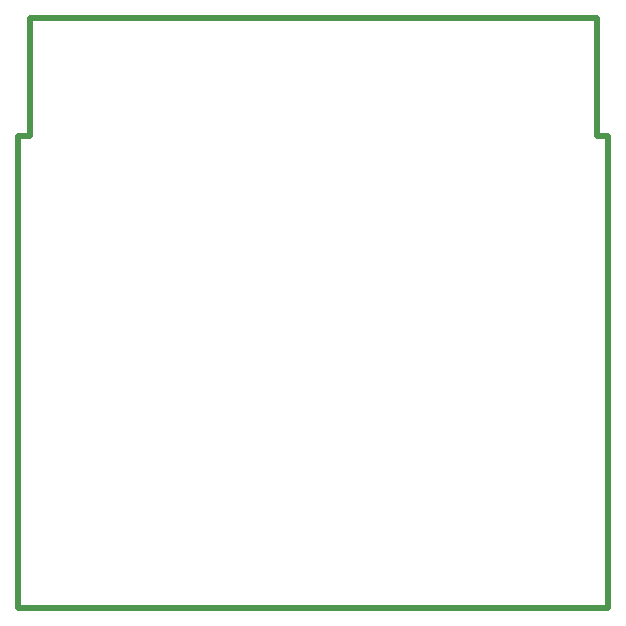
<source format=gbr>
%TF.GenerationSoftware,KiCad,Pcbnew,(5.1.6)-1*%
%TF.CreationDate,2020-12-26T20:27:58+01:00*%
%TF.ProjectId,VESC_UI,56455343-5f55-4492-9e6b-696361645f70,rev?*%
%TF.SameCoordinates,Original*%
%TF.FileFunction,Profile,NP*%
%FSLAX46Y46*%
G04 Gerber Fmt 4.6, Leading zero omitted, Abs format (unit mm)*
G04 Created by KiCad (PCBNEW (5.1.6)-1) date 2020-12-26 20:27:58*
%MOMM*%
%LPD*%
G01*
G04 APERTURE LIST*
%TA.AperFunction,Profile*%
%ADD10C,0.500000*%
%TD*%
G04 APERTURE END LIST*
D10*
X115000000Y-85000000D02*
X115000000Y-75000000D01*
X114000000Y-85000000D02*
X115000000Y-85000000D01*
X114000000Y-125000000D02*
X114000000Y-85000000D01*
X164000000Y-125000000D02*
X114000000Y-125000000D01*
X164000000Y-85000000D02*
X164000000Y-125000000D01*
X163000000Y-85000000D02*
X164000000Y-85000000D01*
X163000000Y-75000000D02*
X163000000Y-85000000D01*
X115000000Y-75000000D02*
X163000000Y-75000000D01*
M02*

</source>
